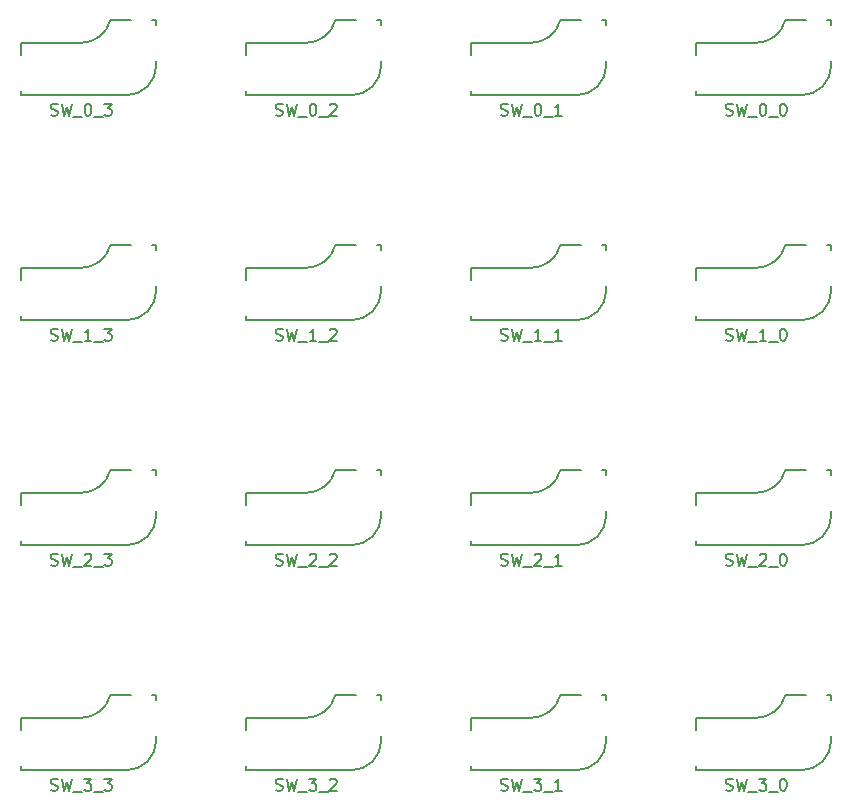
<source format=gbr>
%TF.GenerationSoftware,KiCad,Pcbnew,(6.0.1)*%
%TF.CreationDate,2022-12-10T14:50:15+08:00*%
%TF.ProjectId,Scroller1 two,5363726f-6c6c-4657-9231-2074776f2e6b,rev?*%
%TF.SameCoordinates,Original*%
%TF.FileFunction,Legend,Bot*%
%TF.FilePolarity,Positive*%
%FSLAX46Y46*%
G04 Gerber Fmt 4.6, Leading zero omitted, Abs format (unit mm)*
G04 Created by KiCad (PCBNEW (6.0.1)) date 2022-12-10 14:50:15*
%MOMM*%
%LPD*%
G01*
G04 APERTURE LIST*
%ADD10C,0.150000*%
G04 APERTURE END LIST*
D10*
%TO.C,SW_0_0*%
X134020571Y-89558761D02*
X134163428Y-89606380D01*
X134401523Y-89606380D01*
X134496761Y-89558761D01*
X134544380Y-89511142D01*
X134592000Y-89415904D01*
X134592000Y-89320666D01*
X134544380Y-89225428D01*
X134496761Y-89177809D01*
X134401523Y-89130190D01*
X134211047Y-89082571D01*
X134115809Y-89034952D01*
X134068190Y-88987333D01*
X134020571Y-88892095D01*
X134020571Y-88796857D01*
X134068190Y-88701619D01*
X134115809Y-88654000D01*
X134211047Y-88606380D01*
X134449142Y-88606380D01*
X134592000Y-88654000D01*
X134925333Y-88606380D02*
X135163428Y-89606380D01*
X135353904Y-88892095D01*
X135544380Y-89606380D01*
X135782476Y-88606380D01*
X135925333Y-89701619D02*
X136687238Y-89701619D01*
X137115809Y-88606380D02*
X137211047Y-88606380D01*
X137306285Y-88654000D01*
X137353904Y-88701619D01*
X137401523Y-88796857D01*
X137449142Y-88987333D01*
X137449142Y-89225428D01*
X137401523Y-89415904D01*
X137353904Y-89511142D01*
X137306285Y-89558761D01*
X137211047Y-89606380D01*
X137115809Y-89606380D01*
X137020571Y-89558761D01*
X136972952Y-89511142D01*
X136925333Y-89415904D01*
X136877714Y-89225428D01*
X136877714Y-88987333D01*
X136925333Y-88796857D01*
X136972952Y-88701619D01*
X137020571Y-88654000D01*
X137115809Y-88606380D01*
X137639619Y-89701619D02*
X138401523Y-89701619D01*
X138830095Y-88606380D02*
X138925333Y-88606380D01*
X139020571Y-88654000D01*
X139068190Y-88701619D01*
X139115809Y-88796857D01*
X139163428Y-88987333D01*
X139163428Y-89225428D01*
X139115809Y-89415904D01*
X139068190Y-89511142D01*
X139020571Y-89558761D01*
X138925333Y-89606380D01*
X138830095Y-89606380D01*
X138734857Y-89558761D01*
X138687238Y-89511142D01*
X138639619Y-89415904D01*
X138592000Y-89225428D01*
X138592000Y-88987333D01*
X138639619Y-88796857D01*
X138687238Y-88701619D01*
X138734857Y-88654000D01*
X138830095Y-88606380D01*
%TO.C,SW_2_1*%
X114970571Y-127658761D02*
X115113428Y-127706380D01*
X115351523Y-127706380D01*
X115446761Y-127658761D01*
X115494380Y-127611142D01*
X115542000Y-127515904D01*
X115542000Y-127420666D01*
X115494380Y-127325428D01*
X115446761Y-127277809D01*
X115351523Y-127230190D01*
X115161047Y-127182571D01*
X115065809Y-127134952D01*
X115018190Y-127087333D01*
X114970571Y-126992095D01*
X114970571Y-126896857D01*
X115018190Y-126801619D01*
X115065809Y-126754000D01*
X115161047Y-126706380D01*
X115399142Y-126706380D01*
X115542000Y-126754000D01*
X115875333Y-126706380D02*
X116113428Y-127706380D01*
X116303904Y-126992095D01*
X116494380Y-127706380D01*
X116732476Y-126706380D01*
X116875333Y-127801619D02*
X117637238Y-127801619D01*
X117827714Y-126801619D02*
X117875333Y-126754000D01*
X117970571Y-126706380D01*
X118208666Y-126706380D01*
X118303904Y-126754000D01*
X118351523Y-126801619D01*
X118399142Y-126896857D01*
X118399142Y-126992095D01*
X118351523Y-127134952D01*
X117780095Y-127706380D01*
X118399142Y-127706380D01*
X118589619Y-127801619D02*
X119351523Y-127801619D01*
X120113428Y-127706380D02*
X119542000Y-127706380D01*
X119827714Y-127706380D02*
X119827714Y-126706380D01*
X119732476Y-126849238D01*
X119637238Y-126944476D01*
X119542000Y-126992095D01*
%TO.C,SW_1_0*%
X134020571Y-108608761D02*
X134163428Y-108656380D01*
X134401523Y-108656380D01*
X134496761Y-108608761D01*
X134544380Y-108561142D01*
X134592000Y-108465904D01*
X134592000Y-108370666D01*
X134544380Y-108275428D01*
X134496761Y-108227809D01*
X134401523Y-108180190D01*
X134211047Y-108132571D01*
X134115809Y-108084952D01*
X134068190Y-108037333D01*
X134020571Y-107942095D01*
X134020571Y-107846857D01*
X134068190Y-107751619D01*
X134115809Y-107704000D01*
X134211047Y-107656380D01*
X134449142Y-107656380D01*
X134592000Y-107704000D01*
X134925333Y-107656380D02*
X135163428Y-108656380D01*
X135353904Y-107942095D01*
X135544380Y-108656380D01*
X135782476Y-107656380D01*
X135925333Y-108751619D02*
X136687238Y-108751619D01*
X137449142Y-108656380D02*
X136877714Y-108656380D01*
X137163428Y-108656380D02*
X137163428Y-107656380D01*
X137068190Y-107799238D01*
X136972952Y-107894476D01*
X136877714Y-107942095D01*
X137639619Y-108751619D02*
X138401523Y-108751619D01*
X138830095Y-107656380D02*
X138925333Y-107656380D01*
X139020571Y-107704000D01*
X139068190Y-107751619D01*
X139115809Y-107846857D01*
X139163428Y-108037333D01*
X139163428Y-108275428D01*
X139115809Y-108465904D01*
X139068190Y-108561142D01*
X139020571Y-108608761D01*
X138925333Y-108656380D01*
X138830095Y-108656380D01*
X138734857Y-108608761D01*
X138687238Y-108561142D01*
X138639619Y-108465904D01*
X138592000Y-108275428D01*
X138592000Y-108037333D01*
X138639619Y-107846857D01*
X138687238Y-107751619D01*
X138734857Y-107704000D01*
X138830095Y-107656380D01*
%TO.C,SW_3_0*%
X134020571Y-146708761D02*
X134163428Y-146756380D01*
X134401523Y-146756380D01*
X134496761Y-146708761D01*
X134544380Y-146661142D01*
X134592000Y-146565904D01*
X134592000Y-146470666D01*
X134544380Y-146375428D01*
X134496761Y-146327809D01*
X134401523Y-146280190D01*
X134211047Y-146232571D01*
X134115809Y-146184952D01*
X134068190Y-146137333D01*
X134020571Y-146042095D01*
X134020571Y-145946857D01*
X134068190Y-145851619D01*
X134115809Y-145804000D01*
X134211047Y-145756380D01*
X134449142Y-145756380D01*
X134592000Y-145804000D01*
X134925333Y-145756380D02*
X135163428Y-146756380D01*
X135353904Y-146042095D01*
X135544380Y-146756380D01*
X135782476Y-145756380D01*
X135925333Y-146851619D02*
X136687238Y-146851619D01*
X136830095Y-145756380D02*
X137449142Y-145756380D01*
X137115809Y-146137333D01*
X137258666Y-146137333D01*
X137353904Y-146184952D01*
X137401523Y-146232571D01*
X137449142Y-146327809D01*
X137449142Y-146565904D01*
X137401523Y-146661142D01*
X137353904Y-146708761D01*
X137258666Y-146756380D01*
X136972952Y-146756380D01*
X136877714Y-146708761D01*
X136830095Y-146661142D01*
X137639619Y-146851619D02*
X138401523Y-146851619D01*
X138830095Y-145756380D02*
X138925333Y-145756380D01*
X139020571Y-145804000D01*
X139068190Y-145851619D01*
X139115809Y-145946857D01*
X139163428Y-146137333D01*
X139163428Y-146375428D01*
X139115809Y-146565904D01*
X139068190Y-146661142D01*
X139020571Y-146708761D01*
X138925333Y-146756380D01*
X138830095Y-146756380D01*
X138734857Y-146708761D01*
X138687238Y-146661142D01*
X138639619Y-146565904D01*
X138592000Y-146375428D01*
X138592000Y-146137333D01*
X138639619Y-145946857D01*
X138687238Y-145851619D01*
X138734857Y-145804000D01*
X138830095Y-145756380D01*
%TO.C,SW_1_3*%
X76870571Y-108608761D02*
X77013428Y-108656380D01*
X77251523Y-108656380D01*
X77346761Y-108608761D01*
X77394380Y-108561142D01*
X77442000Y-108465904D01*
X77442000Y-108370666D01*
X77394380Y-108275428D01*
X77346761Y-108227809D01*
X77251523Y-108180190D01*
X77061047Y-108132571D01*
X76965809Y-108084952D01*
X76918190Y-108037333D01*
X76870571Y-107942095D01*
X76870571Y-107846857D01*
X76918190Y-107751619D01*
X76965809Y-107704000D01*
X77061047Y-107656380D01*
X77299142Y-107656380D01*
X77442000Y-107704000D01*
X77775333Y-107656380D02*
X78013428Y-108656380D01*
X78203904Y-107942095D01*
X78394380Y-108656380D01*
X78632476Y-107656380D01*
X78775333Y-108751619D02*
X79537238Y-108751619D01*
X80299142Y-108656380D02*
X79727714Y-108656380D01*
X80013428Y-108656380D02*
X80013428Y-107656380D01*
X79918190Y-107799238D01*
X79822952Y-107894476D01*
X79727714Y-107942095D01*
X80489619Y-108751619D02*
X81251523Y-108751619D01*
X81394380Y-107656380D02*
X82013428Y-107656380D01*
X81680095Y-108037333D01*
X81822952Y-108037333D01*
X81918190Y-108084952D01*
X81965809Y-108132571D01*
X82013428Y-108227809D01*
X82013428Y-108465904D01*
X81965809Y-108561142D01*
X81918190Y-108608761D01*
X81822952Y-108656380D01*
X81537238Y-108656380D01*
X81442000Y-108608761D01*
X81394380Y-108561142D01*
%TO.C,SW_1_2*%
X95920571Y-108608761D02*
X96063428Y-108656380D01*
X96301523Y-108656380D01*
X96396761Y-108608761D01*
X96444380Y-108561142D01*
X96492000Y-108465904D01*
X96492000Y-108370666D01*
X96444380Y-108275428D01*
X96396761Y-108227809D01*
X96301523Y-108180190D01*
X96111047Y-108132571D01*
X96015809Y-108084952D01*
X95968190Y-108037333D01*
X95920571Y-107942095D01*
X95920571Y-107846857D01*
X95968190Y-107751619D01*
X96015809Y-107704000D01*
X96111047Y-107656380D01*
X96349142Y-107656380D01*
X96492000Y-107704000D01*
X96825333Y-107656380D02*
X97063428Y-108656380D01*
X97253904Y-107942095D01*
X97444380Y-108656380D01*
X97682476Y-107656380D01*
X97825333Y-108751619D02*
X98587238Y-108751619D01*
X99349142Y-108656380D02*
X98777714Y-108656380D01*
X99063428Y-108656380D02*
X99063428Y-107656380D01*
X98968190Y-107799238D01*
X98872952Y-107894476D01*
X98777714Y-107942095D01*
X99539619Y-108751619D02*
X100301523Y-108751619D01*
X100492000Y-107751619D02*
X100539619Y-107704000D01*
X100634857Y-107656380D01*
X100872952Y-107656380D01*
X100968190Y-107704000D01*
X101015809Y-107751619D01*
X101063428Y-107846857D01*
X101063428Y-107942095D01*
X101015809Y-108084952D01*
X100444380Y-108656380D01*
X101063428Y-108656380D01*
%TO.C,SW_0_3*%
X76870571Y-89558761D02*
X77013428Y-89606380D01*
X77251523Y-89606380D01*
X77346761Y-89558761D01*
X77394380Y-89511142D01*
X77442000Y-89415904D01*
X77442000Y-89320666D01*
X77394380Y-89225428D01*
X77346761Y-89177809D01*
X77251523Y-89130190D01*
X77061047Y-89082571D01*
X76965809Y-89034952D01*
X76918190Y-88987333D01*
X76870571Y-88892095D01*
X76870571Y-88796857D01*
X76918190Y-88701619D01*
X76965809Y-88654000D01*
X77061047Y-88606380D01*
X77299142Y-88606380D01*
X77442000Y-88654000D01*
X77775333Y-88606380D02*
X78013428Y-89606380D01*
X78203904Y-88892095D01*
X78394380Y-89606380D01*
X78632476Y-88606380D01*
X78775333Y-89701619D02*
X79537238Y-89701619D01*
X79965809Y-88606380D02*
X80061047Y-88606380D01*
X80156285Y-88654000D01*
X80203904Y-88701619D01*
X80251523Y-88796857D01*
X80299142Y-88987333D01*
X80299142Y-89225428D01*
X80251523Y-89415904D01*
X80203904Y-89511142D01*
X80156285Y-89558761D01*
X80061047Y-89606380D01*
X79965809Y-89606380D01*
X79870571Y-89558761D01*
X79822952Y-89511142D01*
X79775333Y-89415904D01*
X79727714Y-89225428D01*
X79727714Y-88987333D01*
X79775333Y-88796857D01*
X79822952Y-88701619D01*
X79870571Y-88654000D01*
X79965809Y-88606380D01*
X80489619Y-89701619D02*
X81251523Y-89701619D01*
X81394380Y-88606380D02*
X82013428Y-88606380D01*
X81680095Y-88987333D01*
X81822952Y-88987333D01*
X81918190Y-89034952D01*
X81965809Y-89082571D01*
X82013428Y-89177809D01*
X82013428Y-89415904D01*
X81965809Y-89511142D01*
X81918190Y-89558761D01*
X81822952Y-89606380D01*
X81537238Y-89606380D01*
X81442000Y-89558761D01*
X81394380Y-89511142D01*
%TO.C,SW_3_2*%
X95920571Y-146708761D02*
X96063428Y-146756380D01*
X96301523Y-146756380D01*
X96396761Y-146708761D01*
X96444380Y-146661142D01*
X96492000Y-146565904D01*
X96492000Y-146470666D01*
X96444380Y-146375428D01*
X96396761Y-146327809D01*
X96301523Y-146280190D01*
X96111047Y-146232571D01*
X96015809Y-146184952D01*
X95968190Y-146137333D01*
X95920571Y-146042095D01*
X95920571Y-145946857D01*
X95968190Y-145851619D01*
X96015809Y-145804000D01*
X96111047Y-145756380D01*
X96349142Y-145756380D01*
X96492000Y-145804000D01*
X96825333Y-145756380D02*
X97063428Y-146756380D01*
X97253904Y-146042095D01*
X97444380Y-146756380D01*
X97682476Y-145756380D01*
X97825333Y-146851619D02*
X98587238Y-146851619D01*
X98730095Y-145756380D02*
X99349142Y-145756380D01*
X99015809Y-146137333D01*
X99158666Y-146137333D01*
X99253904Y-146184952D01*
X99301523Y-146232571D01*
X99349142Y-146327809D01*
X99349142Y-146565904D01*
X99301523Y-146661142D01*
X99253904Y-146708761D01*
X99158666Y-146756380D01*
X98872952Y-146756380D01*
X98777714Y-146708761D01*
X98730095Y-146661142D01*
X99539619Y-146851619D02*
X100301523Y-146851619D01*
X100492000Y-145851619D02*
X100539619Y-145804000D01*
X100634857Y-145756380D01*
X100872952Y-145756380D01*
X100968190Y-145804000D01*
X101015809Y-145851619D01*
X101063428Y-145946857D01*
X101063428Y-146042095D01*
X101015809Y-146184952D01*
X100444380Y-146756380D01*
X101063428Y-146756380D01*
%TO.C,SW_0_1*%
X114970571Y-89558761D02*
X115113428Y-89606380D01*
X115351523Y-89606380D01*
X115446761Y-89558761D01*
X115494380Y-89511142D01*
X115542000Y-89415904D01*
X115542000Y-89320666D01*
X115494380Y-89225428D01*
X115446761Y-89177809D01*
X115351523Y-89130190D01*
X115161047Y-89082571D01*
X115065809Y-89034952D01*
X115018190Y-88987333D01*
X114970571Y-88892095D01*
X114970571Y-88796857D01*
X115018190Y-88701619D01*
X115065809Y-88654000D01*
X115161047Y-88606380D01*
X115399142Y-88606380D01*
X115542000Y-88654000D01*
X115875333Y-88606380D02*
X116113428Y-89606380D01*
X116303904Y-88892095D01*
X116494380Y-89606380D01*
X116732476Y-88606380D01*
X116875333Y-89701619D02*
X117637238Y-89701619D01*
X118065809Y-88606380D02*
X118161047Y-88606380D01*
X118256285Y-88654000D01*
X118303904Y-88701619D01*
X118351523Y-88796857D01*
X118399142Y-88987333D01*
X118399142Y-89225428D01*
X118351523Y-89415904D01*
X118303904Y-89511142D01*
X118256285Y-89558761D01*
X118161047Y-89606380D01*
X118065809Y-89606380D01*
X117970571Y-89558761D01*
X117922952Y-89511142D01*
X117875333Y-89415904D01*
X117827714Y-89225428D01*
X117827714Y-88987333D01*
X117875333Y-88796857D01*
X117922952Y-88701619D01*
X117970571Y-88654000D01*
X118065809Y-88606380D01*
X118589619Y-89701619D02*
X119351523Y-89701619D01*
X120113428Y-89606380D02*
X119542000Y-89606380D01*
X119827714Y-89606380D02*
X119827714Y-88606380D01*
X119732476Y-88749238D01*
X119637238Y-88844476D01*
X119542000Y-88892095D01*
%TO.C,SW_3_1*%
X114970571Y-146708761D02*
X115113428Y-146756380D01*
X115351523Y-146756380D01*
X115446761Y-146708761D01*
X115494380Y-146661142D01*
X115542000Y-146565904D01*
X115542000Y-146470666D01*
X115494380Y-146375428D01*
X115446761Y-146327809D01*
X115351523Y-146280190D01*
X115161047Y-146232571D01*
X115065809Y-146184952D01*
X115018190Y-146137333D01*
X114970571Y-146042095D01*
X114970571Y-145946857D01*
X115018190Y-145851619D01*
X115065809Y-145804000D01*
X115161047Y-145756380D01*
X115399142Y-145756380D01*
X115542000Y-145804000D01*
X115875333Y-145756380D02*
X116113428Y-146756380D01*
X116303904Y-146042095D01*
X116494380Y-146756380D01*
X116732476Y-145756380D01*
X116875333Y-146851619D02*
X117637238Y-146851619D01*
X117780095Y-145756380D02*
X118399142Y-145756380D01*
X118065809Y-146137333D01*
X118208666Y-146137333D01*
X118303904Y-146184952D01*
X118351523Y-146232571D01*
X118399142Y-146327809D01*
X118399142Y-146565904D01*
X118351523Y-146661142D01*
X118303904Y-146708761D01*
X118208666Y-146756380D01*
X117922952Y-146756380D01*
X117827714Y-146708761D01*
X117780095Y-146661142D01*
X118589619Y-146851619D02*
X119351523Y-146851619D01*
X120113428Y-146756380D02*
X119542000Y-146756380D01*
X119827714Y-146756380D02*
X119827714Y-145756380D01*
X119732476Y-145899238D01*
X119637238Y-145994476D01*
X119542000Y-146042095D01*
%TO.C,SW_1_1*%
X114970571Y-108608761D02*
X115113428Y-108656380D01*
X115351523Y-108656380D01*
X115446761Y-108608761D01*
X115494380Y-108561142D01*
X115542000Y-108465904D01*
X115542000Y-108370666D01*
X115494380Y-108275428D01*
X115446761Y-108227809D01*
X115351523Y-108180190D01*
X115161047Y-108132571D01*
X115065809Y-108084952D01*
X115018190Y-108037333D01*
X114970571Y-107942095D01*
X114970571Y-107846857D01*
X115018190Y-107751619D01*
X115065809Y-107704000D01*
X115161047Y-107656380D01*
X115399142Y-107656380D01*
X115542000Y-107704000D01*
X115875333Y-107656380D02*
X116113428Y-108656380D01*
X116303904Y-107942095D01*
X116494380Y-108656380D01*
X116732476Y-107656380D01*
X116875333Y-108751619D02*
X117637238Y-108751619D01*
X118399142Y-108656380D02*
X117827714Y-108656380D01*
X118113428Y-108656380D02*
X118113428Y-107656380D01*
X118018190Y-107799238D01*
X117922952Y-107894476D01*
X117827714Y-107942095D01*
X118589619Y-108751619D02*
X119351523Y-108751619D01*
X120113428Y-108656380D02*
X119542000Y-108656380D01*
X119827714Y-108656380D02*
X119827714Y-107656380D01*
X119732476Y-107799238D01*
X119637238Y-107894476D01*
X119542000Y-107942095D01*
%TO.C,SW_2_2*%
X95920571Y-127658761D02*
X96063428Y-127706380D01*
X96301523Y-127706380D01*
X96396761Y-127658761D01*
X96444380Y-127611142D01*
X96492000Y-127515904D01*
X96492000Y-127420666D01*
X96444380Y-127325428D01*
X96396761Y-127277809D01*
X96301523Y-127230190D01*
X96111047Y-127182571D01*
X96015809Y-127134952D01*
X95968190Y-127087333D01*
X95920571Y-126992095D01*
X95920571Y-126896857D01*
X95968190Y-126801619D01*
X96015809Y-126754000D01*
X96111047Y-126706380D01*
X96349142Y-126706380D01*
X96492000Y-126754000D01*
X96825333Y-126706380D02*
X97063428Y-127706380D01*
X97253904Y-126992095D01*
X97444380Y-127706380D01*
X97682476Y-126706380D01*
X97825333Y-127801619D02*
X98587238Y-127801619D01*
X98777714Y-126801619D02*
X98825333Y-126754000D01*
X98920571Y-126706380D01*
X99158666Y-126706380D01*
X99253904Y-126754000D01*
X99301523Y-126801619D01*
X99349142Y-126896857D01*
X99349142Y-126992095D01*
X99301523Y-127134952D01*
X98730095Y-127706380D01*
X99349142Y-127706380D01*
X99539619Y-127801619D02*
X100301523Y-127801619D01*
X100492000Y-126801619D02*
X100539619Y-126754000D01*
X100634857Y-126706380D01*
X100872952Y-126706380D01*
X100968190Y-126754000D01*
X101015809Y-126801619D01*
X101063428Y-126896857D01*
X101063428Y-126992095D01*
X101015809Y-127134952D01*
X100444380Y-127706380D01*
X101063428Y-127706380D01*
%TO.C,SW_2_3*%
X76870571Y-127658761D02*
X77013428Y-127706380D01*
X77251523Y-127706380D01*
X77346761Y-127658761D01*
X77394380Y-127611142D01*
X77442000Y-127515904D01*
X77442000Y-127420666D01*
X77394380Y-127325428D01*
X77346761Y-127277809D01*
X77251523Y-127230190D01*
X77061047Y-127182571D01*
X76965809Y-127134952D01*
X76918190Y-127087333D01*
X76870571Y-126992095D01*
X76870571Y-126896857D01*
X76918190Y-126801619D01*
X76965809Y-126754000D01*
X77061047Y-126706380D01*
X77299142Y-126706380D01*
X77442000Y-126754000D01*
X77775333Y-126706380D02*
X78013428Y-127706380D01*
X78203904Y-126992095D01*
X78394380Y-127706380D01*
X78632476Y-126706380D01*
X78775333Y-127801619D02*
X79537238Y-127801619D01*
X79727714Y-126801619D02*
X79775333Y-126754000D01*
X79870571Y-126706380D01*
X80108666Y-126706380D01*
X80203904Y-126754000D01*
X80251523Y-126801619D01*
X80299142Y-126896857D01*
X80299142Y-126992095D01*
X80251523Y-127134952D01*
X79680095Y-127706380D01*
X80299142Y-127706380D01*
X80489619Y-127801619D02*
X81251523Y-127801619D01*
X81394380Y-126706380D02*
X82013428Y-126706380D01*
X81680095Y-127087333D01*
X81822952Y-127087333D01*
X81918190Y-127134952D01*
X81965809Y-127182571D01*
X82013428Y-127277809D01*
X82013428Y-127515904D01*
X81965809Y-127611142D01*
X81918190Y-127658761D01*
X81822952Y-127706380D01*
X81537238Y-127706380D01*
X81442000Y-127658761D01*
X81394380Y-127611142D01*
%TO.C,SW_0_2*%
X95920571Y-89558761D02*
X96063428Y-89606380D01*
X96301523Y-89606380D01*
X96396761Y-89558761D01*
X96444380Y-89511142D01*
X96492000Y-89415904D01*
X96492000Y-89320666D01*
X96444380Y-89225428D01*
X96396761Y-89177809D01*
X96301523Y-89130190D01*
X96111047Y-89082571D01*
X96015809Y-89034952D01*
X95968190Y-88987333D01*
X95920571Y-88892095D01*
X95920571Y-88796857D01*
X95968190Y-88701619D01*
X96015809Y-88654000D01*
X96111047Y-88606380D01*
X96349142Y-88606380D01*
X96492000Y-88654000D01*
X96825333Y-88606380D02*
X97063428Y-89606380D01*
X97253904Y-88892095D01*
X97444380Y-89606380D01*
X97682476Y-88606380D01*
X97825333Y-89701619D02*
X98587238Y-89701619D01*
X99015809Y-88606380D02*
X99111047Y-88606380D01*
X99206285Y-88654000D01*
X99253904Y-88701619D01*
X99301523Y-88796857D01*
X99349142Y-88987333D01*
X99349142Y-89225428D01*
X99301523Y-89415904D01*
X99253904Y-89511142D01*
X99206285Y-89558761D01*
X99111047Y-89606380D01*
X99015809Y-89606380D01*
X98920571Y-89558761D01*
X98872952Y-89511142D01*
X98825333Y-89415904D01*
X98777714Y-89225428D01*
X98777714Y-88987333D01*
X98825333Y-88796857D01*
X98872952Y-88701619D01*
X98920571Y-88654000D01*
X99015809Y-88606380D01*
X99539619Y-89701619D02*
X100301523Y-89701619D01*
X100492000Y-88701619D02*
X100539619Y-88654000D01*
X100634857Y-88606380D01*
X100872952Y-88606380D01*
X100968190Y-88654000D01*
X101015809Y-88701619D01*
X101063428Y-88796857D01*
X101063428Y-88892095D01*
X101015809Y-89034952D01*
X100444380Y-89606380D01*
X101063428Y-89606380D01*
%TO.C,SW_3_3*%
X76870571Y-146708761D02*
X77013428Y-146756380D01*
X77251523Y-146756380D01*
X77346761Y-146708761D01*
X77394380Y-146661142D01*
X77442000Y-146565904D01*
X77442000Y-146470666D01*
X77394380Y-146375428D01*
X77346761Y-146327809D01*
X77251523Y-146280190D01*
X77061047Y-146232571D01*
X76965809Y-146184952D01*
X76918190Y-146137333D01*
X76870571Y-146042095D01*
X76870571Y-145946857D01*
X76918190Y-145851619D01*
X76965809Y-145804000D01*
X77061047Y-145756380D01*
X77299142Y-145756380D01*
X77442000Y-145804000D01*
X77775333Y-145756380D02*
X78013428Y-146756380D01*
X78203904Y-146042095D01*
X78394380Y-146756380D01*
X78632476Y-145756380D01*
X78775333Y-146851619D02*
X79537238Y-146851619D01*
X79680095Y-145756380D02*
X80299142Y-145756380D01*
X79965809Y-146137333D01*
X80108666Y-146137333D01*
X80203904Y-146184952D01*
X80251523Y-146232571D01*
X80299142Y-146327809D01*
X80299142Y-146565904D01*
X80251523Y-146661142D01*
X80203904Y-146708761D01*
X80108666Y-146756380D01*
X79822952Y-146756380D01*
X79727714Y-146708761D01*
X79680095Y-146661142D01*
X80489619Y-146851619D02*
X81251523Y-146851619D01*
X81394380Y-145756380D02*
X82013428Y-145756380D01*
X81680095Y-146137333D01*
X81822952Y-146137333D01*
X81918190Y-146184952D01*
X81965809Y-146232571D01*
X82013428Y-146327809D01*
X82013428Y-146565904D01*
X81965809Y-146661142D01*
X81918190Y-146708761D01*
X81822952Y-146756380D01*
X81537238Y-146756380D01*
X81442000Y-146708761D01*
X81394380Y-146661142D01*
%TO.C,SW_2_0*%
X134020571Y-127658761D02*
X134163428Y-127706380D01*
X134401523Y-127706380D01*
X134496761Y-127658761D01*
X134544380Y-127611142D01*
X134592000Y-127515904D01*
X134592000Y-127420666D01*
X134544380Y-127325428D01*
X134496761Y-127277809D01*
X134401523Y-127230190D01*
X134211047Y-127182571D01*
X134115809Y-127134952D01*
X134068190Y-127087333D01*
X134020571Y-126992095D01*
X134020571Y-126896857D01*
X134068190Y-126801619D01*
X134115809Y-126754000D01*
X134211047Y-126706380D01*
X134449142Y-126706380D01*
X134592000Y-126754000D01*
X134925333Y-126706380D02*
X135163428Y-127706380D01*
X135353904Y-126992095D01*
X135544380Y-127706380D01*
X135782476Y-126706380D01*
X135925333Y-127801619D02*
X136687238Y-127801619D01*
X136877714Y-126801619D02*
X136925333Y-126754000D01*
X137020571Y-126706380D01*
X137258666Y-126706380D01*
X137353904Y-126754000D01*
X137401523Y-126801619D01*
X137449142Y-126896857D01*
X137449142Y-126992095D01*
X137401523Y-127134952D01*
X136830095Y-127706380D01*
X137449142Y-127706380D01*
X137639619Y-127801619D02*
X138401523Y-127801619D01*
X138830095Y-126706380D02*
X138925333Y-126706380D01*
X139020571Y-126754000D01*
X139068190Y-126801619D01*
X139115809Y-126896857D01*
X139163428Y-127087333D01*
X139163428Y-127325428D01*
X139115809Y-127515904D01*
X139068190Y-127611142D01*
X139020571Y-127658761D01*
X138925333Y-127706380D01*
X138830095Y-127706380D01*
X138734857Y-127658761D01*
X138687238Y-127611142D01*
X138639619Y-127515904D01*
X138592000Y-127325428D01*
X138592000Y-127087333D01*
X138639619Y-126896857D01*
X138687238Y-126801619D01*
X138734857Y-126754000D01*
X138830095Y-126706380D01*
%TO.C,SW_0_0*%
X131512000Y-87884000D02*
X131512000Y-87503000D01*
X131512000Y-84455000D02*
X131512000Y-83439000D01*
X142942000Y-85344000D02*
X142942000Y-84963000D01*
X140402000Y-87884000D02*
X131512000Y-87884000D01*
X131512000Y-83439000D02*
X136592000Y-83439000D01*
X139056162Y-81534000D02*
X140783000Y-81534000D01*
X142942000Y-81915000D02*
X142942000Y-81534000D01*
X142561000Y-81534000D02*
X142942000Y-81534000D01*
X140402000Y-87884000D02*
G75*
G03*
X142942000Y-85344000I-1J2540001D01*
G01*
X136592000Y-83439001D02*
G75*
G03*
X139056162Y-81515040I0J2540000D01*
G01*
%TO.C,SW_2_1*%
X112462000Y-122555000D02*
X112462000Y-121539000D01*
X120006162Y-119634000D02*
X121733000Y-119634000D01*
X123511000Y-119634000D02*
X123892000Y-119634000D01*
X112462000Y-125984000D02*
X112462000Y-125603000D01*
X112462000Y-121539000D02*
X117542000Y-121539000D01*
X123892000Y-120015000D02*
X123892000Y-119634000D01*
X123892000Y-123444000D02*
X123892000Y-123063000D01*
X121352000Y-125984000D02*
X112462000Y-125984000D01*
X121352000Y-125984000D02*
G75*
G03*
X123892000Y-123444000I-1J2540001D01*
G01*
X117542000Y-121539001D02*
G75*
G03*
X120006162Y-119615040I0J2540000D01*
G01*
%TO.C,SW_1_0*%
X131512000Y-102489000D02*
X136592000Y-102489000D01*
X131512000Y-103505000D02*
X131512000Y-102489000D01*
X142942000Y-100965000D02*
X142942000Y-100584000D01*
X131512000Y-106934000D02*
X131512000Y-106553000D01*
X142561000Y-100584000D02*
X142942000Y-100584000D01*
X140402000Y-106934000D02*
X131512000Y-106934000D01*
X142942000Y-104394000D02*
X142942000Y-104013000D01*
X139056162Y-100584000D02*
X140783000Y-100584000D01*
X136592000Y-102489001D02*
G75*
G03*
X139056162Y-100565040I0J2540000D01*
G01*
X140402000Y-106934000D02*
G75*
G03*
X142942000Y-104394000I-1J2540001D01*
G01*
%TO.C,SW_3_0*%
X131512000Y-140589000D02*
X136592000Y-140589000D01*
X140402000Y-145034000D02*
X131512000Y-145034000D01*
X131512000Y-145034000D02*
X131512000Y-144653000D01*
X142942000Y-139065000D02*
X142942000Y-138684000D01*
X139056162Y-138684000D02*
X140783000Y-138684000D01*
X142942000Y-142494000D02*
X142942000Y-142113000D01*
X142561000Y-138684000D02*
X142942000Y-138684000D01*
X131512000Y-141605000D02*
X131512000Y-140589000D01*
X140402000Y-145034000D02*
G75*
G03*
X142942000Y-142494000I-1J2540001D01*
G01*
X136592000Y-140589001D02*
G75*
G03*
X139056162Y-138665040I0J2540000D01*
G01*
%TO.C,SW_1_3*%
X85792000Y-104394000D02*
X85792000Y-104013000D01*
X74362000Y-103505000D02*
X74362000Y-102489000D01*
X81906162Y-100584000D02*
X83633000Y-100584000D01*
X74362000Y-102489000D02*
X79442000Y-102489000D01*
X83252000Y-106934000D02*
X74362000Y-106934000D01*
X85411000Y-100584000D02*
X85792000Y-100584000D01*
X74362000Y-106934000D02*
X74362000Y-106553000D01*
X85792000Y-100965000D02*
X85792000Y-100584000D01*
X79442000Y-102489001D02*
G75*
G03*
X81906162Y-100565040I0J2540000D01*
G01*
X83252000Y-106934000D02*
G75*
G03*
X85792000Y-104394000I-1J2540001D01*
G01*
%TO.C,SW_1_2*%
X104842000Y-100965000D02*
X104842000Y-100584000D01*
X102302000Y-106934000D02*
X93412000Y-106934000D01*
X93412000Y-102489000D02*
X98492000Y-102489000D01*
X93412000Y-106934000D02*
X93412000Y-106553000D01*
X93412000Y-103505000D02*
X93412000Y-102489000D01*
X104842000Y-104394000D02*
X104842000Y-104013000D01*
X104461000Y-100584000D02*
X104842000Y-100584000D01*
X100956162Y-100584000D02*
X102683000Y-100584000D01*
X102302000Y-106934000D02*
G75*
G03*
X104842000Y-104394000I-1J2540001D01*
G01*
X98492000Y-102489001D02*
G75*
G03*
X100956162Y-100565040I0J2540000D01*
G01*
%TO.C,SW_0_3*%
X81906162Y-81534000D02*
X83633000Y-81534000D01*
X85792000Y-81915000D02*
X85792000Y-81534000D01*
X85411000Y-81534000D02*
X85792000Y-81534000D01*
X85792000Y-85344000D02*
X85792000Y-84963000D01*
X83252000Y-87884000D02*
X74362000Y-87884000D01*
X74362000Y-83439000D02*
X79442000Y-83439000D01*
X74362000Y-87884000D02*
X74362000Y-87503000D01*
X74362000Y-84455000D02*
X74362000Y-83439000D01*
X83252000Y-87884000D02*
G75*
G03*
X85792000Y-85344000I-1J2540001D01*
G01*
X79442000Y-83439001D02*
G75*
G03*
X81906162Y-81515040I0J2540000D01*
G01*
%TO.C,SW_3_2*%
X100956162Y-138684000D02*
X102683000Y-138684000D01*
X104461000Y-138684000D02*
X104842000Y-138684000D01*
X104842000Y-139065000D02*
X104842000Y-138684000D01*
X104842000Y-142494000D02*
X104842000Y-142113000D01*
X93412000Y-140589000D02*
X98492000Y-140589000D01*
X93412000Y-141605000D02*
X93412000Y-140589000D01*
X102302000Y-145034000D02*
X93412000Y-145034000D01*
X93412000Y-145034000D02*
X93412000Y-144653000D01*
X98492000Y-140589001D02*
G75*
G03*
X100956162Y-138665040I0J2540000D01*
G01*
X102302000Y-145034000D02*
G75*
G03*
X104842000Y-142494000I-1J2540001D01*
G01*
%TO.C,SW_0_1*%
X123511000Y-81534000D02*
X123892000Y-81534000D01*
X123892000Y-85344000D02*
X123892000Y-84963000D01*
X120006162Y-81534000D02*
X121733000Y-81534000D01*
X123892000Y-81915000D02*
X123892000Y-81534000D01*
X112462000Y-83439000D02*
X117542000Y-83439000D01*
X121352000Y-87884000D02*
X112462000Y-87884000D01*
X112462000Y-84455000D02*
X112462000Y-83439000D01*
X112462000Y-87884000D02*
X112462000Y-87503000D01*
X121352000Y-87884000D02*
G75*
G03*
X123892000Y-85344000I-1J2540001D01*
G01*
X117542000Y-83439001D02*
G75*
G03*
X120006162Y-81515040I0J2540000D01*
G01*
%TO.C,SW_3_1*%
X123511000Y-138684000D02*
X123892000Y-138684000D01*
X112462000Y-141605000D02*
X112462000Y-140589000D01*
X112462000Y-145034000D02*
X112462000Y-144653000D01*
X123892000Y-142494000D02*
X123892000Y-142113000D01*
X112462000Y-140589000D02*
X117542000Y-140589000D01*
X120006162Y-138684000D02*
X121733000Y-138684000D01*
X123892000Y-139065000D02*
X123892000Y-138684000D01*
X121352000Y-145034000D02*
X112462000Y-145034000D01*
X117542000Y-140589001D02*
G75*
G03*
X120006162Y-138665040I0J2540000D01*
G01*
X121352000Y-145034000D02*
G75*
G03*
X123892000Y-142494000I-1J2540001D01*
G01*
%TO.C,SW_1_1*%
X112462000Y-103505000D02*
X112462000Y-102489000D01*
X120006162Y-100584000D02*
X121733000Y-100584000D01*
X123511000Y-100584000D02*
X123892000Y-100584000D01*
X112462000Y-102489000D02*
X117542000Y-102489000D01*
X112462000Y-106934000D02*
X112462000Y-106553000D01*
X123892000Y-104394000D02*
X123892000Y-104013000D01*
X121352000Y-106934000D02*
X112462000Y-106934000D01*
X123892000Y-100965000D02*
X123892000Y-100584000D01*
X121352000Y-106934000D02*
G75*
G03*
X123892000Y-104394000I-1J2540001D01*
G01*
X117542000Y-102489001D02*
G75*
G03*
X120006162Y-100565040I0J2540000D01*
G01*
%TO.C,SW_2_2*%
X93412000Y-125984000D02*
X93412000Y-125603000D01*
X102302000Y-125984000D02*
X93412000Y-125984000D01*
X93412000Y-122555000D02*
X93412000Y-121539000D01*
X104842000Y-123444000D02*
X104842000Y-123063000D01*
X100956162Y-119634000D02*
X102683000Y-119634000D01*
X104461000Y-119634000D02*
X104842000Y-119634000D01*
X104842000Y-120015000D02*
X104842000Y-119634000D01*
X93412000Y-121539000D02*
X98492000Y-121539000D01*
X98492000Y-121539001D02*
G75*
G03*
X100956162Y-119615040I0J2540000D01*
G01*
X102302000Y-125984000D02*
G75*
G03*
X104842000Y-123444000I-1J2540001D01*
G01*
%TO.C,SW_2_3*%
X85792000Y-120015000D02*
X85792000Y-119634000D01*
X74362000Y-125984000D02*
X74362000Y-125603000D01*
X74362000Y-121539000D02*
X79442000Y-121539000D01*
X83252000Y-125984000D02*
X74362000Y-125984000D01*
X81906162Y-119634000D02*
X83633000Y-119634000D01*
X85411000Y-119634000D02*
X85792000Y-119634000D01*
X74362000Y-122555000D02*
X74362000Y-121539000D01*
X85792000Y-123444000D02*
X85792000Y-123063000D01*
X79442000Y-121539001D02*
G75*
G03*
X81906162Y-119615040I0J2540000D01*
G01*
X83252000Y-125984000D02*
G75*
G03*
X85792000Y-123444000I-1J2540001D01*
G01*
%TO.C,SW_0_2*%
X104842000Y-81915000D02*
X104842000Y-81534000D01*
X100956162Y-81534000D02*
X102683000Y-81534000D01*
X104842000Y-85344000D02*
X104842000Y-84963000D01*
X93412000Y-83439000D02*
X98492000Y-83439000D01*
X104461000Y-81534000D02*
X104842000Y-81534000D01*
X93412000Y-84455000D02*
X93412000Y-83439000D01*
X102302000Y-87884000D02*
X93412000Y-87884000D01*
X93412000Y-87884000D02*
X93412000Y-87503000D01*
X102302000Y-87884000D02*
G75*
G03*
X104842000Y-85344000I-1J2540001D01*
G01*
X98492000Y-83439001D02*
G75*
G03*
X100956162Y-81515040I0J2540000D01*
G01*
%TO.C,SW_3_3*%
X74362000Y-141605000D02*
X74362000Y-140589000D01*
X83252000Y-145034000D02*
X74362000Y-145034000D01*
X85792000Y-142494000D02*
X85792000Y-142113000D01*
X74362000Y-140589000D02*
X79442000Y-140589000D01*
X81906162Y-138684000D02*
X83633000Y-138684000D01*
X85411000Y-138684000D02*
X85792000Y-138684000D01*
X74362000Y-145034000D02*
X74362000Y-144653000D01*
X85792000Y-139065000D02*
X85792000Y-138684000D01*
X79442000Y-140589001D02*
G75*
G03*
X81906162Y-138665040I0J2540000D01*
G01*
X83252000Y-145034000D02*
G75*
G03*
X85792000Y-142494000I-1J2540001D01*
G01*
%TO.C,SW_2_0*%
X142942000Y-123444000D02*
X142942000Y-123063000D01*
X142942000Y-120015000D02*
X142942000Y-119634000D01*
X131512000Y-122555000D02*
X131512000Y-121539000D01*
X140402000Y-125984000D02*
X131512000Y-125984000D01*
X131512000Y-121539000D02*
X136592000Y-121539000D01*
X142561000Y-119634000D02*
X142942000Y-119634000D01*
X139056162Y-119634000D02*
X140783000Y-119634000D01*
X131512000Y-125984000D02*
X131512000Y-125603000D01*
X136592000Y-121539001D02*
G75*
G03*
X139056162Y-119615040I0J2540000D01*
G01*
X140402000Y-125984000D02*
G75*
G03*
X142942000Y-123444000I-1J2540001D01*
G01*
%TD*%
M02*

</source>
